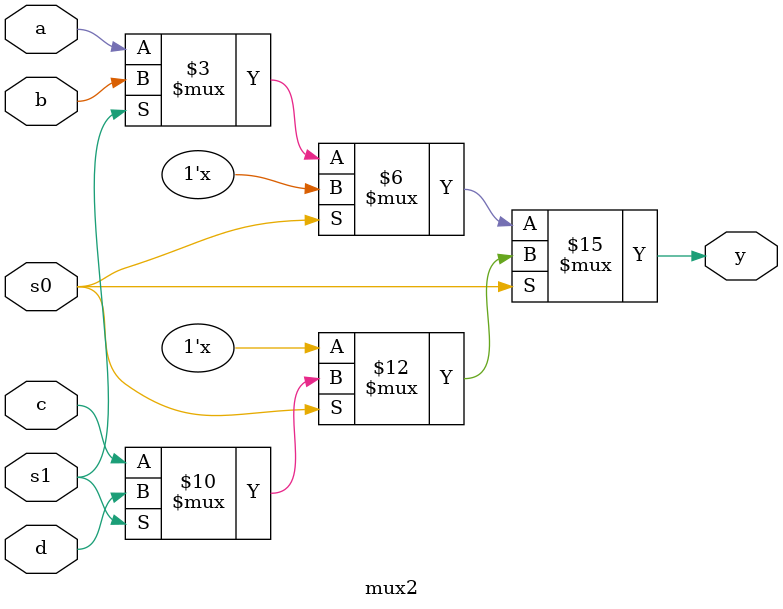
<source format=sv>
module mux2 (output logic y, input logic a,b,c,d,s0,s1);

always_comb
  if (s0)
    if (s1)
      y = d;
     else
      y = c;
  else
    if (s1)
      y = b;
    else
      y = a;

endmodule 

</source>
